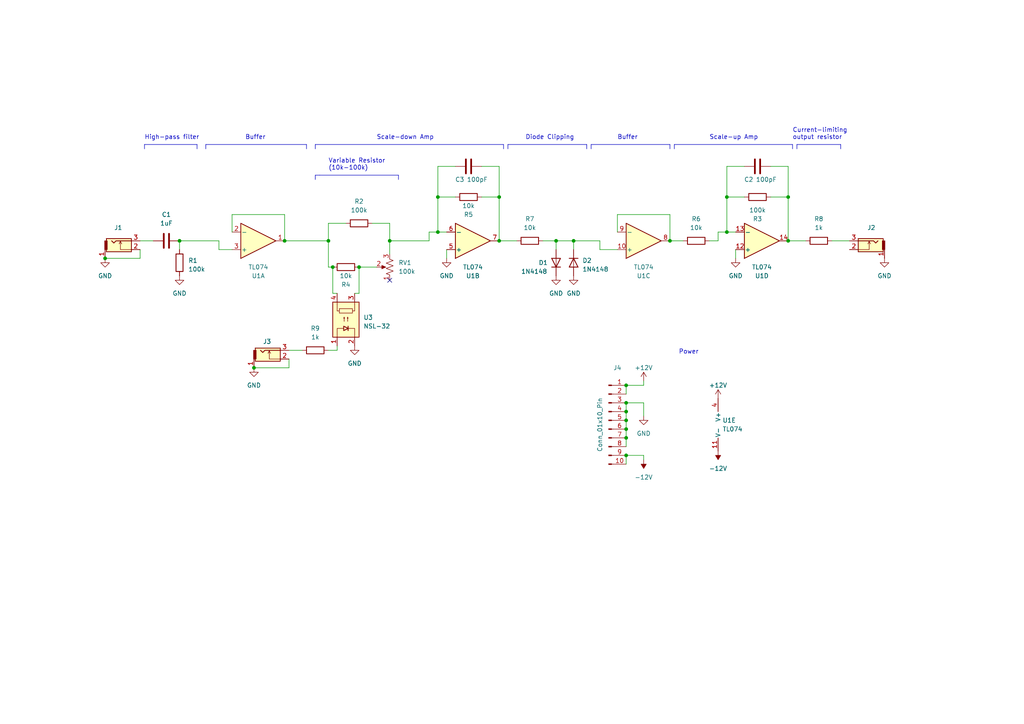
<source format=kicad_sch>
(kicad_sch (version 20230121) (generator eeschema)
  (paper "A4")
  (title_block (title "Diode Distortion") (date "2023-03-27") (rev "0.1") (company "Free Modular"))
  (lib_symbols
    (symbol "Amplifier_Operational:TL074" (pin_names (offset 0.127))
      (property "Reference" "U" (at 0 5.08 0))
      (property "Value" "TL074" (at 0 -5.08 0))
      (symbol "TL074_1_1"
        (polyline (pts (xy -5.08 5.08) (xy 5.08 0) (xy -5.08 -5.08) (xy -5.08 5.08)) (stroke (width 0.254)) (fill (type background)))
        (pin output line (at 7.62 0 180) (length 2.54) (name "~") (number "1"))
        (pin input line (at -7.62 -2.54 0) (length 2.54) (name "-") (number "2"))
        (pin input line (at -7.62 2.54 0) (length 2.54) (name "+") (number "3"))
      )
      (symbol "TL074_2_1"
        (polyline (pts (xy -5.08 5.08) (xy 5.08 0) (xy -5.08 -5.08) (xy -5.08 5.08)) (stroke (width 0.254)) (fill (type background)))
        (pin input line (at -7.62 2.54 0) (length 2.54) (name "+") (number "5"))
        (pin input line (at -7.62 -2.54 0) (length 2.54) (name "-") (number "6"))
        (pin output line (at 7.62 0 180) (length 2.54) (name "~") (number "7"))
      )
      (symbol "TL074_3_1"
        (polyline (pts (xy -5.08 5.08) (xy 5.08 0) (xy -5.08 -5.08) (xy -5.08 5.08)) (stroke (width 0.254)) (fill (type background)))
        (pin input line (at -7.62 2.54 0) (length 2.54) (name "+") (number "10"))
        (pin output line (at 7.62 0 180) (length 2.54) (name "~") (number "8"))
        (pin input line (at -7.62 -2.54 0) (length 2.54) (name "-") (number "9"))
      )
      (symbol "TL074_4_1"
        (polyline (pts (xy -5.08 5.08) (xy 5.08 0) (xy -5.08 -5.08) (xy -5.08 5.08)) (stroke (width 0.254)) (fill (type background)))
        (pin input line (at -7.62 2.54 0) (length 2.54) (name "+") (number "12"))
        (pin input line (at -7.62 -2.54 0) (length 2.54) (name "-") (number "13"))
        (pin output line (at 7.62 0 180) (length 2.54) (name "~") (number "14"))
      )
      (symbol "TL074_5_1"
        (pin power_in line (at -2.54 -7.62 90) (length 3.81) (name "V-") (number "11"))
        (pin power_in line (at -2.54 7.62 270) (length 3.81) (name "V+") (number "4"))
      )
    )
    (symbol "Connector:Conn_01x10_Pin" (pin_names (offset 1.016) hide)
      (property "Reference" "J" (at 0 12.7 0))
      (property "Value" "Conn_01x10_Pin" (at 0 -15.24 0))
      (symbol "Conn_01x10_Pin_1_1"
        (polyline (pts (xy 1.27 -12.7) (xy 0.8636 -12.7)) (stroke (width 0.1524)))
        (polyline (pts (xy 1.27 -10.16) (xy 0.8636 -10.16)) (stroke (width 0.1524)))
        (polyline (pts (xy 1.27 -7.62) (xy 0.8636 -7.62)) (stroke (width 0.1524)))
        (polyline (pts (xy 1.27 -5.08) (xy 0.8636 -5.08)) (stroke (width 0.1524)))
        (polyline (pts (xy 1.27 -2.54) (xy 0.8636 -2.54)) (stroke (width 0.1524)))
        (polyline (pts (xy 1.27 0) (xy 0.8636 0)) (stroke (width 0.1524)))
        (polyline (pts (xy 1.27 2.54) (xy 0.8636 2.54)) (stroke (width 0.1524)))
        (polyline (pts (xy 1.27 5.08) (xy 0.8636 5.08)) (stroke (width 0.1524)))
        (polyline (pts (xy 1.27 7.62) (xy 0.8636 7.62)) (stroke (width 0.1524)))
        (polyline (pts (xy 1.27 10.16) (xy 0.8636 10.16)) (stroke (width 0.1524)))
        (rectangle (start 0.8636 -12.573) (end 0 -12.827) (stroke (width 0.1524)) (fill (type outline)))
        (rectangle (start 0.8636 -10.033) (end 0 -10.287) (stroke (width 0.1524)) (fill (type outline)))
        (rectangle (start 0.8636 -7.493) (end 0 -7.747) (stroke (width 0.1524)) (fill (type outline)))
        (rectangle (start 0.8636 -4.953) (end 0 -5.207) (stroke (width 0.1524)) (fill (type outline)))
        (rectangle (start 0.8636 -2.413) (end 0 -2.667) (stroke (width 0.1524)) (fill (type outline)))
        (rectangle (start 0.8636 0.127) (end 0 -0.127) (stroke (width 0.1524)) (fill (type outline)))
        (rectangle (start 0.8636 2.667) (end 0 2.413) (stroke (width 0.1524)) (fill (type outline)))
        (rectangle (start 0.8636 5.207) (end 0 4.953) (stroke (width 0.1524)) (fill (type outline)))
        (rectangle (start 0.8636 7.747) (end 0 7.493) (stroke (width 0.1524)) (fill (type outline)))
        (rectangle (start 0.8636 10.287) (end 0 10.033) (stroke (width 0.1524)) (fill (type outline)))
        (pin passive line (at 5.08 10.16 180) (length 3.81) (name "Pin_1") (number "1"))
        (pin passive line (at 5.08 -12.7 180) (length 3.81) (name "Pin_10") (number "10"))
        (pin passive line (at 5.08 7.62 180) (length 3.81) (name "Pin_2") (number "2"))
        (pin passive line (at 5.08 5.08 180) (length 3.81) (name "Pin_3") (number "3"))
        (pin passive line (at 5.08 2.54 180) (length 3.81) (name "Pin_4") (number "4"))
        (pin passive line (at 5.08 0 180) (length 3.81) (name "Pin_5") (number "5"))
        (pin passive line (at 5.08 -2.54 180) (length 3.81) (name "Pin_6") (number "6"))
        (pin passive line (at 5.08 -5.08 180) (length 3.81) (name "Pin_7") (number "7"))
        (pin passive line (at 5.08 -7.62 180) (length 3.81) (name "Pin_8") (number "8"))
        (pin passive line (at 5.08 -10.16 180) (length 3.81) (name "Pin_9") (number "9"))
      )
    )
    (symbol "Device:C" (pin_numbers hide) (pin_names (offset 0.254))
      (property "Reference" "C" (at 0.635 2.54 0))
      (property "Value" "C" (at 0.635 -2.54 0))
      (symbol "C_0_1"
        (polyline (pts (xy -2.032 -0.762) (xy 2.032 -0.762)) (stroke (width 0.508)))
        (polyline (pts (xy -2.032 0.762) (xy 2.032 0.762)) (stroke (width 0.508)))
      )
      (symbol "C_1_1"
        (pin passive line (at 0 3.81 270) (length 2.794) (name "~") (number "1"))
        (pin passive line (at 0 -3.81 90) (length 2.794) (name "~") (number "2"))
      )
    )
    (symbol "Device:R" (pin_numbers hide) (pin_names (offset 0))
      (property "Reference" "R" (at 2.032 0 90))
      (property "Value" "R" (at 0 0 90))
      (symbol "R_0_1"
        (rectangle (start -1.016 -2.54) (end 1.016 2.54) (stroke (width 0.254)))
      )
      (symbol "R_1_1"
        (pin passive line (at 0 3.81 270) (length 1.27) (name "~") (number "1"))
        (pin passive line (at 0 -3.81 90) (length 1.27) (name "~") (number "2"))
      )
    )
    (symbol "Device:R_Potentiometer_US" (pin_names (offset 1.016) hide)
      (property "Reference" "RV" (at -4.445 0 90))
      (property "Value" "R_Potentiometer_US" (at -2.54 0 90))
      (symbol "R_Potentiometer_US_0_1"
        (polyline (pts (xy 0 -2.286) (xy 0 -2.54)))
        (polyline (pts (xy 0 2.54) (xy 0 2.286)))
        (polyline (pts (xy 2.54 0) (xy 1.524 0)))
        (polyline (pts (xy 1.143 0) (xy 2.286 0.508) (xy 2.286 -0.508) (xy 1.143 0)) (fill (type outline)))
        (polyline (pts (xy 0 -0.762) (xy 1.016 -1.143) (xy 0 -1.524) (xy -1.016 -1.905) (xy 0 -2.286)))
        (polyline (pts (xy 0 0.762) (xy 1.016 0.381) (xy 0 0) (xy -1.016 -0.381) (xy 0 -0.762)))
        (polyline (pts (xy 0 2.286) (xy 1.016 1.905) (xy 0 1.524) (xy -1.016 1.143) (xy 0 0.762)))
      )
      (symbol "R_Potentiometer_US_1_1"
        (pin passive line (at 0 3.81 270) (length 1.27) (name "1") (number "1"))
        (pin passive line (at 3.81 0 180) (length 1.27) (name "2") (number "2"))
        (pin passive line (at 0 -3.81 90) (length 1.27) (name "3") (number "3"))
      )
    )
    (symbol "Diode:1N4148" (pin_numbers hide) (pin_names hide)
      (property "Reference" "D" (at 0 2.54 0))
      (property "Value" "1N4148" (at 0 -2.54 0))
      (symbol "1N4148_0_1"
        (polyline (pts (xy -1.27 1.27) (xy -1.27 -1.27)) (stroke (width 0.254)))
        (polyline (pts (xy 1.27 0) (xy -1.27 0)))
        (polyline (pts (xy 1.27 1.27) (xy 1.27 -1.27) (xy -1.27 0) (xy 1.27 1.27)) (stroke (width 0.254)))
      )
      (symbol "1N4148_1_1"
        (pin passive line (at -3.81 0 0) (length 2.54) (name "K") (number "1"))
        (pin passive line (at 3.81 0 180) (length 2.54) (name "A") (number "2"))
      )
    )
    (symbol "FreeModular:EL817" (pin_names (offset 1.016))
      (property "Reference" "U1" (at 0 7.62 0))
      (property "Value" "NSL-32" (at 0 5.08 0))
      (symbol "EL817_0_1"
        (rectangle (start -5.08 3.81) (end 5.08 -3.81) (stroke (width 0.254)) (fill (type background)))
        (polyline (pts (xy -3.175 -0.635) (xy -1.905 -0.635)) (stroke (width 0.254)))
        (polyline (pts (xy 2.54 -2.54) (xy 2.54 -1.905)))
        (polyline (pts (xy 2.54 2.54) (xy 2.54 1.905)))
        (polyline (pts (xy 2.54 2.54) (xy 4.445 2.54)))
        (polyline (pts (xy 4.445 -2.54) (xy 2.54 -2.54)) (fill (type outline)))
        (polyline (pts (xy 4.445 -2.54) (xy 5.08 -2.54)))
        (polyline (pts (xy 4.445 2.54) (xy 5.08 2.54)))
        (polyline (pts (xy -5.08 2.54) (xy -2.54 2.54) (xy -2.54 0.635)))
        (polyline (pts (xy -2.54 -0.635) (xy -2.54 -2.54) (xy -5.08 -2.54)))
        (polyline (pts (xy -2.54 -0.635) (xy -3.175 0.635) (xy -1.905 0.635) (xy -2.54 -0.635)) (stroke (width 0.254)))
        (polyline (pts (xy -0.508 -0.508) (xy 0.762 -0.508) (xy 0.381 -0.635) (xy 0.381 -0.381) (xy 0.762 -0.508)))
        (polyline (pts (xy -0.508 0.508) (xy 0.762 0.508) (xy 0.381 0.381) (xy 0.381 0.635) (xy 0.762 0.508)))
        (rectangle (start 1.905 1.905) (end 3.175 -1.905))
      )
      (symbol "EL817_1_1"
        (pin passive line (at -7.62 2.54 0) (length 2.54) (name "~") (number "1"))
        (pin passive line (at -7.62 -2.54 0) (length 2.54) (name "~") (number "2"))
        (pin passive line (at 7.62 -2.54 180) (length 2.54) (name "~") (number "3"))
        (pin passive line (at 7.62 2.54 180) (length 2.54) (name "~") (number "4"))
      )
    )
    (symbol "FreeModular:THONKICONN" (pin_names (offset 1.016))
      (property "Reference" "J" (at -1.27 4.445 0))
      (symbol "THONKICONN_0_1"
        (rectangle (start -4.699 3.175) (end 2.54 -0.635) (stroke (width 0.254)) (fill (type background)))
        (rectangle (start -4.445 0) (end -5.207 2.54) (fill (type outline)))
        (polyline (pts (xy -0.635 2.413) (xy -0.254 1.651)))
        (polyline (pts (xy 2.54 0) (xy -0.635 0) (xy -0.635 2.413) (xy -1.016 1.651)))
        (polyline (pts (xy 2.54 2.54) (xy -1.905 2.54) (xy -2.54 1.905) (xy -3.175 2.54)) (stroke (width 0.254)))
      )
      (symbol "THONKICONN_1_1"
        (pin passive line (at -5.08 -2.54 90) (length 2.54) (name "~") (number "1"))
        (pin passive line (at 5.08 0 180) (length 2.54) (name "~") (number "2"))
        (pin passive line (at 5.08 2.54 180) (length 2.54) (name "~") (number "3"))
      )
    )
    (symbol "power:+12V" (power) (pin_names (offset 0))
      (property "Value" "+12V" (at 0 3.556 0))
      (symbol "+12V_0_1"
        (polyline (pts (xy -0.762 1.27) (xy 0 2.54)))
        (polyline (pts (xy 0 0) (xy 0 2.54)))
        (polyline (pts (xy 0 2.54) (xy 0.762 1.27)))
      )
      (symbol "+12V_1_1"
        (pin power_in line (at 0 0 90) (length 0) hide (name "+12V") (number "1"))
      )
    )
    (symbol "power:-12V" (power) (pin_names (offset 0))
      (property "Value" "-12V" (at 0 3.81 0))
      (symbol "-12V_0_0"
        (pin power_in line (at 0 0 90) (length 0) hide (name "-12V") (number "1"))
      )
      (symbol "-12V_0_1"
        (polyline (pts (xy 0 0) (xy 0 1.27) (xy 0.762 1.27) (xy 0 2.54) (xy -0.762 1.27) (xy 0 1.27)) (fill (type outline)))
      )
    )
    (symbol "power:GND" (power) (pin_names (offset 0))
      (property "Value" "GND" (at 0 -3.81 0))
      (symbol "GND_0_1"
        (polyline (pts (xy 0 0) (xy 0 -1.27) (xy 1.27 -1.27) (xy 0 -2.54) (xy -1.27 -1.27) (xy 0 -1.27)))
      )
      (symbol "GND_1_1"
        (pin power_in line (at 0 0 270) (length 0) hide (name "GND") (number "1"))
      )
    )
  )
  (junction (at 52.07 69.85))
  (junction (at 228.6 57.15))
  (junction (at 210.82 67.31))
  (junction (at 181.61 116.84))
  (junction (at 181.61 119.38))
  (junction (at 144.78 69.85))
  (junction (at 181.61 121.92))
  (junction (at 161.29 69.85))
  (junction (at 82.55 69.85))
  (junction (at 194.31 69.85))
  (junction (at 104.14 77.47))
  (junction (at 210.82 57.15))
  (junction (at 181.61 124.46))
  (junction (at 113.03 69.85))
  (junction (at 228.6 69.85))
  (junction (at 181.61 127))
  (junction (at 181.61 111.76))
  (junction (at 30.48 74.93))
  (junction (at 73.66 106.68))
  (junction (at 95.25 69.85))
  (junction (at 127 67.31))
  (junction (at 181.61 132.08))
  (junction (at 127 57.15))
  (junction (at 166.37 69.85))
  (junction (at 96.52 77.47))
  (junction (at 144.78 57.15))
  (no_connect (at 113.03 81.28))
  (wire (pts (xy 97.79 101.6) (xy 97.79 100.33)))
  (wire (pts (xy 113.03 64.77) (xy 107.95 64.77)))
  (wire (pts (xy 113.03 69.85) (xy 124.46 69.85)))
  (wire (pts (xy 194.31 69.85) (xy 198.12 69.85)))
  (polyline (pts (xy 92.71 50.8) (xy 115.57 50.8)))
  (wire (pts (xy 213.36 67.31) (xy 210.82 67.31)))
  (wire (pts (xy 52.07 69.85) (xy 52.07 72.39)))
  (wire (pts (xy 161.29 69.85) (xy 166.37 69.85)))
  (wire (pts (xy 228.6 57.15) (xy 228.6 48.26)))
  (wire (pts (xy 127 57.15) (xy 132.08 57.15)))
  (polyline (pts (xy 171.45 43.18) (xy 171.45 41.91)))
  (wire (pts (xy 181.61 127) (xy 181.61 129.54)))
  (wire (pts (xy 223.52 57.15) (xy 228.6 57.15)))
  (wire (pts (xy 228.6 48.26) (xy 223.52 48.26)))
  (wire (pts (xy 228.6 69.85) (xy 228.6 57.15)))
  (wire (pts (xy 129.54 72.39) (xy 129.54 74.93)))
  (wire (pts (xy 104.14 77.47) (xy 109.22 77.47)))
  (wire (pts (xy 210.82 67.31) (xy 208.28 67.31)))
  (wire (pts (xy 95.25 64.77) (xy 95.25 69.85)))
  (wire (pts (xy 83.82 101.6) (xy 87.63 101.6)))
  (wire (pts (xy 83.82 104.14) (xy 83.82 106.68)))
  (wire (pts (xy 208.28 67.31) (xy 208.28 69.85)))
  (wire (pts (xy 104.14 85.09) (xy 104.14 77.47)))
  (polyline (pts (xy 41.91 41.91) (xy 57.15 41.91)))
  (wire (pts (xy 186.69 132.08) (xy 186.69 133.35)))
  (polyline (pts (xy 231.14 43.18) (xy 231.14 41.91)))
  (wire (pts (xy 186.69 120.65) (xy 186.69 116.84)))
  (wire (pts (xy 40.64 69.85) (xy 44.45 69.85)))
  (wire (pts (xy 166.37 69.85) (xy 173.99 69.85)))
  (wire (pts (xy 161.29 72.39) (xy 161.29 69.85)))
  (wire (pts (xy 96.52 77.47) (xy 96.52 85.09)))
  (wire (pts (xy 186.69 111.76) (xy 186.69 110.49)))
  (wire (pts (xy 52.07 69.85) (xy 63.5 69.85)))
  (wire (pts (xy 95.25 69.85) (xy 95.25 77.47)))
  (polyline (pts (xy 171.45 41.91) (xy 194.31 41.91)))
  (wire (pts (xy 181.61 132.08) (xy 186.69 132.08)))
  (wire (pts (xy 63.5 69.85) (xy 63.5 72.39)))
  (wire (pts (xy 127 48.26) (xy 127 57.15)))
  (polyline (pts (xy 115.57 50.8) (xy 115.57 52.07)))
  (wire (pts (xy 95.25 77.47) (xy 96.52 77.47)))
  (wire (pts (xy 179.07 62.23) (xy 194.31 62.23)))
  (polyline (pts (xy 91.44 41.91) (xy 146.05 41.91)))
  (wire (pts (xy 95.25 64.77) (xy 100.33 64.77)))
  (wire (pts (xy 124.46 67.31) (xy 124.46 69.85)))
  (polyline (pts (xy 91.44 52.07) (xy 91.44 50.8)))
  (wire (pts (xy 144.78 48.26) (xy 144.78 57.15)))
  (wire (pts (xy 210.82 57.15) (xy 210.82 48.26)))
  (wire (pts (xy 139.7 57.15) (xy 144.78 57.15)))
  (wire (pts (xy 96.52 85.09) (xy 97.79 85.09)))
  (wire (pts (xy 113.03 69.85) (xy 113.03 64.77)))
  (wire (pts (xy 181.61 124.46) (xy 181.61 127)))
  (polyline (pts (xy 231.14 41.91) (xy 243.84 41.91)))
  (polyline (pts (xy 57.15 41.91) (xy 57.15 43.18)))
  (wire (pts (xy 181.61 121.92) (xy 181.61 124.46)))
  (wire (pts (xy 166.37 69.85) (xy 166.37 72.39)))
  (wire (pts (xy 181.61 111.76) (xy 186.69 111.76)))
  (wire (pts (xy 63.5 72.39) (xy 67.31 72.39)))
  (wire (pts (xy 179.07 67.31) (xy 179.07 62.23)))
  (wire (pts (xy 40.64 72.39) (xy 40.64 74.93)))
  (wire (pts (xy 139.7 48.26) (xy 144.78 48.26)))
  (polyline (pts (xy 88.9 41.91) (xy 88.9 43.18)))
  (wire (pts (xy 161.29 69.85) (xy 157.48 69.85)))
  (wire (pts (xy 210.82 67.31) (xy 210.82 57.15)))
  (wire (pts (xy 144.78 69.85) (xy 149.86 69.85)))
  (polyline (pts (xy 146.05 41.91) (xy 146.05 43.18)))
  (wire (pts (xy 205.74 69.85) (xy 208.28 69.85)))
  (wire (pts (xy 82.55 69.85) (xy 95.25 69.85)))
  (wire (pts (xy 102.87 85.09) (xy 104.14 85.09)))
  (wire (pts (xy 186.69 116.84) (xy 181.61 116.84)))
  (wire (pts (xy 95.25 101.6) (xy 97.79 101.6)))
  (polyline (pts (xy 59.69 43.18) (xy 59.69 41.91)))
  (wire (pts (xy 67.31 67.31) (xy 67.31 62.23)))
  (wire (pts (xy 228.6 69.85) (xy 233.68 69.85)))
  (wire (pts (xy 181.61 119.38) (xy 181.61 121.92)))
  (wire (pts (xy 213.36 72.39) (xy 213.36 74.93)))
  (polyline (pts (xy 243.84 41.91) (xy 243.84 43.18)))
  (polyline (pts (xy 229.87 41.91) (xy 229.87 43.18)))
  (wire (pts (xy 127 67.31) (xy 124.46 67.31)))
  (wire (pts (xy 82.55 62.23) (xy 82.55 69.85)))
  (wire (pts (xy 181.61 116.84) (xy 181.61 119.38)))
  (polyline (pts (xy 59.69 41.91) (xy 88.9 41.91)))
  (wire (pts (xy 194.31 62.23) (xy 194.31 69.85)))
  (polyline (pts (xy 147.32 41.91) (xy 170.18 41.91)))
  (polyline (pts (xy 147.32 43.18) (xy 147.32 41.91)))
  (wire (pts (xy 30.48 74.93) (xy 40.64 74.93)))
  (polyline (pts (xy 41.91 43.18) (xy 41.91 41.91)))
  (wire (pts (xy 127 57.15) (xy 127 67.31)))
  (wire (pts (xy 67.31 62.23) (xy 82.55 62.23)))
  (wire (pts (xy 210.82 48.26) (xy 215.9 48.26)))
  (polyline (pts (xy 194.31 41.91) (xy 194.31 43.18)))
  (wire (pts (xy 127 48.26) (xy 132.08 48.26)))
  (wire (pts (xy 73.66 106.68) (xy 83.82 106.68)))
  (wire (pts (xy 127 67.31) (xy 129.54 67.31)))
  (wire (pts (xy 113.03 69.85) (xy 113.03 73.66)))
  (polyline (pts (xy 91.44 50.8) (xy 92.71 50.8)))
  (wire (pts (xy 210.82 57.15) (xy 215.9 57.15)))
  (wire (pts (xy 181.61 111.76) (xy 181.61 114.3)))
  (polyline (pts (xy 195.58 41.91) (xy 229.87 41.91)))
  (polyline (pts (xy 91.44 43.18) (xy 91.44 41.91)))
  (wire (pts (xy 181.61 132.08) (xy 181.61 134.62)))
  (polyline (pts (xy 195.58 43.18) (xy 195.58 41.91)))
  (wire (pts (xy 173.99 69.85) (xy 173.99 72.39)))
  (wire (pts (xy 173.99 72.39) (xy 179.07 72.39)))
  (polyline (pts (xy 170.18 41.91) (xy 170.18 43.18)))
  (wire (pts (xy 241.3 69.85) (xy 246.38 69.85)))
  (wire (pts (xy 144.78 57.15) (xy 144.78 69.85)))
  (text "Buffer" (at 71.12 40.64 0) (effects (font (size 1.27 1.27)) (justify left bottom)))
  (text "High-pass filter" (at 41.91 40.64 0) (effects (font (size 1.27 1.27)) (justify left bottom)))
  (text "Variable Resistor\n(10k-100k)" (at 95.25 49.53 0) (effects (font (size 1.27 1.27)) (justify left bottom)))
  (text "Current-limiting\noutput resistor" (at 229.87 40.64 0) (effects (font (size 1.27 1.27)) (justify left bottom)))
  (text "Scale-up Amp" (at 205.74 40.64 0) (effects (font (size 1.27 1.27)) (justify left bottom)))
  (text "Diode Clipping" (at 152.4 40.64 0) (effects (font (size 1.27 1.27)) (justify left bottom)))
  (text "Scale-down Amp" (at 109.22 40.64 0) (effects (font (size 1.27 1.27)) (justify left bottom)))
  (text "Buffer" (at 179.07 40.64 0) (effects (font (size 1.27 1.27)) (justify left bottom)))
  (text "Power" (at 196.85 102.87 0) (effects (font (size 1.27 1.27)) (justify left bottom)))
  (symbol (lib_id "Amplifier_Operational:TL074") (at 220.98 69.85 0) (mirror x) (unit 4)
    (property "Reference" "U1" (at 220.98 80.01 0))
    (property "Value" "TL074" (at 220.98 77.47 0))
    (property "Footprint" "Package_DIP:DIP-14_W7.62mm" (effects hide))
    (property "Datasheet" "http://www.ti.com/lit/ds/symlink/tl071.pdf" (effects hide))
  )
  (symbol (lib_id "Amplifier_Operational:TL074") (at 210.82 123.19 0) (unit 5)
    (property "Reference" "U1" (at 209.55 121.9199 0) (effects (justify left)))
    (property "Value" "TL074" (at 209.55 124.4599 0) (effects (justify left)))
    (property "Footprint" "Package_DIP:DIP-14_W7.62mm" (effects hide))
    (property "Datasheet" "http://www.ti.com/lit/ds/symlink/tl071.pdf" (effects hide))
  )
  (symbol (lib_id "Device:C") (at 135.89 48.26 90) (mirror x) (unit 1)
    (property "Reference" "C3" (at 133.35 52.07 90))
    (property "Value" "100pF" (at 138.43 52.07 90))
    (property "Footprint" "Capacitor_THT:C_Disc_D4.7mm_W2.5mm_P5.00mm" (effects hide))
  )
  (symbol (lib_id "Device:R") (at 52.07 76.2 0) (unit 1)
    (property "Reference" "R1" (at 54.61 75.565 0) (effects (justify left)))
    (property "Value" "100k" (at 54.61 78.105 0) (effects (justify left)))
    (property "Footprint" "Resistor_THT:R_Axial_DIN0207_L6.3mm_D2.5mm_P7.62mm_Horizontal" (effects hide))
  )
  (symbol (lib_id "Amplifier_Operational:TL074") (at 186.69 69.85 0) (mirror x) (unit 3)
    (property "Reference" "U1" (at 186.69 80.01 0))
    (property "Value" "TL074" (at 186.69 77.47 0))
    (property "Footprint" "Package_DIP:DIP-14_W7.62mm" (effects hide))
    (property "Datasheet" "http://www.ti.com/lit/ds/symlink/tl071.pdf" (effects hide))
  )
  (symbol (lib_id "power:GND") (at 161.29 80.01 0) (unit 1)
    (property "Reference" "#PWR03" (effects hide))
    (property "Value" "GND" (at 161.29 85.09 0))
  )
  (symbol (lib_id "power:GND") (at 213.36 74.93 0) (unit 1)
    (property "Reference" "#PWR05" (effects hide))
    (property "Value" "GND" (at 213.36 80.01 0))
  )
  (symbol (lib_id "power:+12V") (at 208.28 115.57 0) (unit 1)
    (property "Reference" "#PWR08" (effects hide))
    (property "Value" "+12V" (at 208.28 111.76 0))
  )
  (symbol (lib_id "power:GND") (at 30.48 74.93 0) (unit 1)
    (property "Reference" "#PWR01" (effects hide))
    (property "Value" "GND" (at 30.48 80.01 0))
  )
  (symbol (lib_id "Device:C") (at 48.26 69.85 90) (unit 1)
    (property "Reference" "C1" (at 48.26 62.23 90))
    (property "Value" "1uF" (at 48.26 64.77 90))
    (property "Footprint" "Capacitor_THT:C_Disc_D4.7mm_W2.5mm_P5.00mm" (effects hide))
  )
  (symbol (lib_id "power:-12V") (at 208.28 130.81 180) (unit 1)
    (property "Reference" "#PWR09" (effects hide))
    (property "Value" "-12V" (at 208.28 135.89 0))
  )
  (symbol (lib_id "Device:R") (at 100.33 77.47 90) (mirror x) (unit 1)
    (property "Reference" "R4" (at 100.33 82.55 90))
    (property "Value" "10k" (at 100.33 80.01 90))
    (property "Footprint" "Resistor_THT:R_Axial_DIN0207_L6.3mm_D2.5mm_P7.62mm_Horizontal" (effects hide))
  )
  (symbol (lib_id "power:GND") (at 52.07 80.01 0) (unit 1)
    (property "Reference" "#PWR02" (effects hide))
    (property "Value" "GND" (at 52.07 85.09 0))
  )
  (symbol (lib_id "power:GND") (at 166.37 80.01 0) (unit 1)
    (property "Reference" "#PWR04" (effects hide))
    (property "Value" "GND" (at 166.37 85.09 0))
  )
  (symbol (lib_id "Device:R_Potentiometer_US") (at 113.03 77.47 180) (unit 1)
    (property "Reference" "RV1" (at 115.57 76.2 0) (effects (justify right)))
    (property "Value" "100k" (at 115.57 78.74 0) (effects (justify right)))
    (property "Footprint" "FreeModular:Alpha_Potentiometer_Grounded" (effects hide))
  )
  (symbol (lib_id "Device:R") (at 104.14 64.77 90) (unit 1)
    (property "Reference" "R2" (at 104.14 58.42 90))
    (property "Value" "100k" (at 104.14 60.96 90))
    (property "Footprint" "Resistor_THT:R_Axial_DIN0207_L6.3mm_D2.5mm_P7.62mm_Horizontal" (effects hide))
  )
  (symbol (lib_id "power:GND") (at 256.54 74.93 0) (unit 1)
    (property "Reference" "#PWR06" (effects hide))
    (property "Value" "GND" (at 256.54 80.01 0))
  )
  (symbol (lib_id "power:+12V") (at 186.69 110.49 0) (unit 1)
    (property "Reference" "#PWR012" (effects hide))
    (property "Value" "+12V" (at 186.69 106.68 0))
  )
  (symbol (lib_id "Connector:Conn_01x10_Pin") (at 176.53 121.92 0) (unit 1)
    (property "Reference" "J4" (at 179.07 106.68 0))
    (property "Value" "Conn_01x10_Pin" (at 173.99 123.19 90))
    (property "Footprint" "Connector_PinSocket_2.54mm:PinSocket_2x05_P2.54mm_Vertical" (effects hide))
  )
  (symbol (lib_id "Diode:1N4148") (at 166.37 76.2 270) (unit 1)
    (property "Reference" "D2" (at 168.91 75.565 90) (effects (justify left)))
    (property "Value" "1N4148" (at 168.91 78.105 90) (effects (justify left)))
    (property "Footprint" "Diode_THT:D_DO-35_SOD27_P7.62mm_Horizontal" (effects hide))
    (property "Datasheet" "https://assets.nexperia.com/documents/data-sheet/1N4148_1N4448.pdf" (effects hide))
    (property "Sim.Device" "D" (effects hide))
    (property "Sim.Pins" "1=K 2=A" (effects hide))
  )
  (symbol (lib_id "Device:R") (at 201.93 69.85 90) (unit 1)
    (property "Reference" "R6" (at 201.93 63.5 90))
    (property "Value" "10k" (at 201.93 66.04 90))
    (property "Footprint" "Resistor_THT:R_Axial_DIN0207_L6.3mm_D2.5mm_P7.62mm_Horizontal" (effects hide))
  )
  (symbol (lib_id "power:GND") (at 73.66 106.68 0) (unit 1)
    (property "Reference" "#PWR013" (effects hide))
    (property "Value" "GND" (at 73.66 111.76 0))
  )
  (symbol (lib_id "power:-12V") (at 186.69 133.35 180) (unit 1)
    (property "Reference" "#PWR011" (effects hide))
    (property "Value" "-12V" (at 186.69 138.43 0))
  )
  (symbol (lib_id "FreeModular:THONKICONN") (at 35.56 72.39 0) (unit 1)
    (property "Reference" "J1" (at 34.29 66.04 0))
    (property "Value" "THONKICONN" (effects hide))
    (property "Footprint" "FreeModular:THONKICONN" (effects hide))
  )
  (symbol (lib_id "Amplifier_Operational:TL074") (at 137.16 69.85 0) (mirror x) (unit 2)
    (property "Reference" "U1" (at 137.16 80.01 0))
    (property "Value" "TL074" (at 137.16 77.47 0))
    (property "Footprint" "Package_DIP:DIP-14_W7.62mm" (effects hide))
    (property "Datasheet" "http://www.ti.com/lit/ds/symlink/tl071.pdf" (effects hide))
  )
  (symbol (lib_id "Device:R") (at 219.71 57.15 90) (mirror x) (unit 1)
    (property "Reference" "R3" (at 219.71 63.5 90))
    (property "Value" "100k" (at 219.71 60.96 90))
    (property "Footprint" "Resistor_THT:R_Axial_DIN0207_L6.3mm_D2.5mm_P7.62mm_Horizontal" (effects hide))
  )
  (symbol (lib_id "Device:C") (at 219.71 48.26 90) (mirror x) (unit 1)
    (property "Reference" "C2" (at 217.17 52.07 90))
    (property "Value" "100pF" (at 222.25 52.07 90))
    (property "Footprint" "Capacitor_THT:C_Disc_D4.7mm_W2.5mm_P5.00mm" (effects hide))
  )
  (symbol (lib_id "Device:R") (at 135.89 57.15 90) (mirror x) (unit 1)
    (property "Reference" "R5" (at 135.89 62.23 90))
    (property "Value" "10k" (at 135.89 59.69 90))
    (property "Footprint" "Resistor_THT:R_Axial_DIN0207_L6.3mm_D2.5mm_P7.62mm_Horizontal" (effects hide))
  )
  (symbol (lib_id "Diode:1N4148") (at 161.29 76.2 90) (unit 1)
    (property "Reference" "D1" (at 156.21 76.2 90) (effects (justify right)))
    (property "Value" "1N4148" (at 151.13 78.74 90) (effects (justify right)))
    (property "Footprint" "Diode_THT:D_DO-35_SOD27_P7.62mm_Horizontal" (effects hide))
    (property "Datasheet" "https://assets.nexperia.com/documents/data-sheet/1N4148_1N4448.pdf" (effects hide))
    (property "Sim.Device" "D" (effects hide))
    (property "Sim.Pins" "1=K 2=A" (effects hide))
  )
  (symbol (lib_id "power:GND") (at 102.87 100.33 0) (unit 1)
    (property "Reference" "#PWR014" (effects hide))
    (property "Value" "GND" (at 102.87 105.41 0))
  )
  (symbol (lib_id "Amplifier_Operational:TL074") (at 74.93 69.85 0) (mirror x) (unit 1)
    (property "Reference" "U1" (at 74.93 80.01 0))
    (property "Value" "TL074" (at 74.93 77.47 0))
    (property "Footprint" "Package_DIP:DIP-14_W7.62mm" (effects hide))
    (property "Datasheet" "http://www.ti.com/lit/ds/symlink/tl071.pdf" (effects hide))
  )
  (symbol (lib_id "FreeModular:EL817") (at 100.33 92.71 90) (unit 1)
    (property "Reference" "U3" (at 105.41 92.075 90) (effects (justify right)))
    (property "Value" "NSL-32" (at 105.41 94.615 90) (effects (justify right)))
    (property "Footprint" "FreeModular:NSL-32" (effects hide))
    (property "Datasheet" "https://pdf1.alldatasheet.com/datasheet-pdf/view/205826/SILONEX/NSL-32.html" (effects hide))
  )
  (symbol (lib_id "FreeModular:THONKICONN") (at 251.46 72.39 0) (mirror y) (unit 1)
    (property "Reference" "J2" (at 252.73 66.04 0))
    (property "Value" "THONKICONN" (effects hide))
    (property "Footprint" "FreeModular:THONKICONN" (effects hide))
  )
  (symbol (lib_id "FreeModular:THONKICONN") (at 78.74 104.14 0) (unit 1)
    (property "Reference" "J3" (at 77.47 99.06 0))
    (property "Value" "THONKICONN" (effects hide))
    (property "Footprint" "FreeModular:THONKICONN" (effects hide))
  )
  (symbol (lib_id "Device:R") (at 91.44 101.6 90) (unit 1)
    (property "Reference" "R9" (at 91.44 95.25 90))
    (property "Value" "1k" (at 91.44 97.79 90))
    (property "Footprint" "Resistor_THT:R_Axial_DIN0207_L6.3mm_D2.5mm_P7.62mm_Horizontal" (effects hide))
  )
  (symbol (lib_id "power:GND") (at 129.54 74.93 0) (unit 1)
    (property "Reference" "#PWR07" (effects hide))
    (property "Value" "GND" (at 129.54 80.01 0))
  )
  (symbol (lib_id "Device:R") (at 237.49 69.85 90) (unit 1)
    (property "Reference" "R8" (at 237.49 63.5 90))
    (property "Value" "1k" (at 237.49 66.04 90))
    (property "Footprint" "Resistor_THT:R_Axial_DIN0207_L6.3mm_D2.5mm_P7.62mm_Horizontal" (effects hide))
  )
  (symbol (lib_id "Device:R") (at 153.67 69.85 90) (unit 1)
    (property "Reference" "R7" (at 153.67 63.5 90))
    (property "Value" "10k" (at 153.67 66.04 90))
    (property "Footprint" "Resistor_THT:R_Axial_DIN0207_L6.3mm_D2.5mm_P7.62mm_Horizontal" (effects hide))
  )
  (symbol (lib_id "power:GND") (at 186.69 120.65 0) (unit 1)
    (property "Reference" "#PWR010" (effects hide))
    (property "Value" "GND" (at 186.69 125.73 0))
  )
)
</source>
